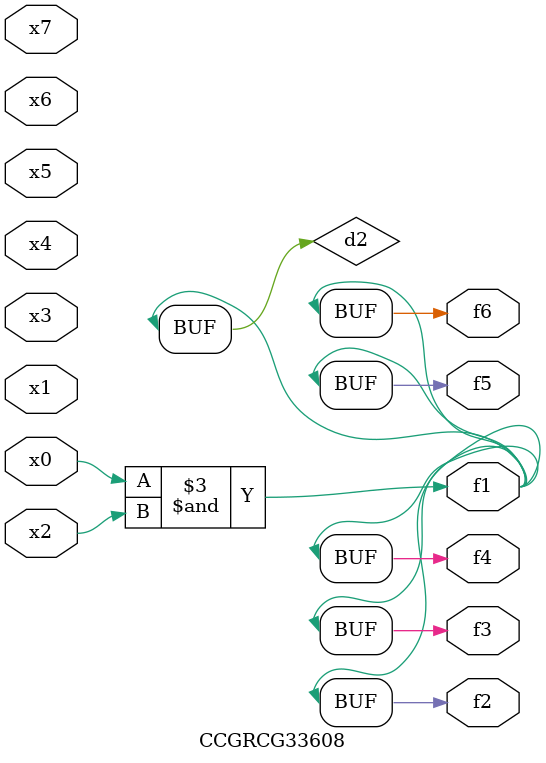
<source format=v>
module CCGRCG33608(
	input x0, x1, x2, x3, x4, x5, x6, x7,
	output f1, f2, f3, f4, f5, f6
);

	wire d1, d2;

	nor (d1, x3, x6);
	and (d2, x0, x2);
	assign f1 = d2;
	assign f2 = d2;
	assign f3 = d2;
	assign f4 = d2;
	assign f5 = d2;
	assign f6 = d2;
endmodule

</source>
